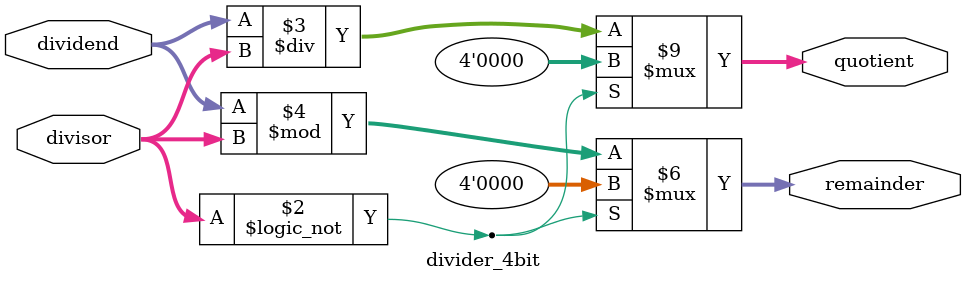
<source format=v>
module divider_4bit (
    input  [3:0] dividend,
    input  [3:0] divisor,
    output reg [3:0] quotient,
    output reg [3:0] remainder
);

    always @(*) begin
        if (divisor == 0) begin
            quotient  = 4'b0000;  // Avoid division by zero
            remainder = 4'b0000;
        end else begin
            quotient  = dividend / divisor;
            remainder = dividend % divisor;
        end
    end

endmodule


</source>
